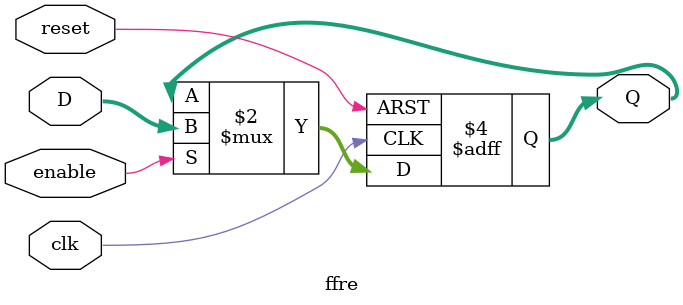
<source format=v>
/* Resettable D-FlipFlop
 * Author: Tobias Minn, 29.08.2016   
 * 
*/ 

module ffre #(parameter WIDTH=32, parameter RESET_VALUE=32'h0)(
        input [WIDTH-1:0] D,
        input clk,
        input reset,
        input enable,
        output reg [WIDTH-1:0] Q    );
        
        always @ (posedge clk, posedge reset)
        begin
            if(reset)
                Q <= RESET_VALUE;
            else if(enable)
                Q <= D;
        end
endmodule
</source>
